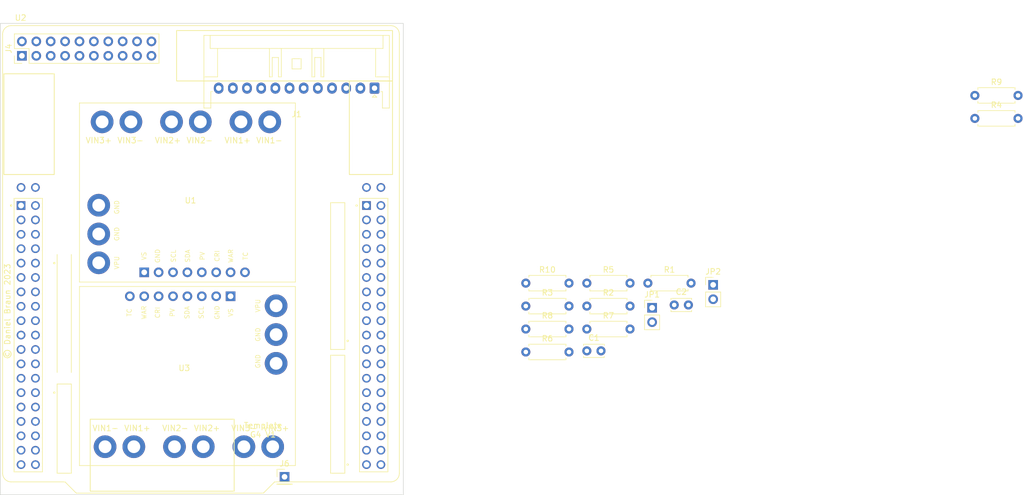
<source format=kicad_pcb>
(kicad_pcb (version 20211014) (generator pcbnew)
  (layers (0 "F.Cu" signal) (31 "B.Cu" signal) (34 "B.Paste" user) (35 "F.Paste" user) (36 "B.SilkS" user "B.Silkscreen") (37 "F.SilkS" user "F.Silkscreen") (38 "B.Mask" user) (39 "F.Mask" user) (44 "Edge.Cuts" user))
  (net 0 "")
  (net 1 "GND")
  (net 2 "5VCPU")
  (net 3 "3V3")
  (net 4 "12V")
  (net 5 "5V")
  (net 57 "I2C3_CK")
  (net 58 "Net-(U2-PadCN10_2)")
  (net 59 "I2C3_DTA")
  (net 60 "Net-(U2-PadCN10_1)")
  (net 61 "I2C3_SCL")
  (net 63 "+3V3")
  (net 64 "I2C3_SDA")
  (net 66 "RIA")
  (net 67 "RIB")
  (net 68 "T0A")
  (net 69 "T0B")
  (net 70 "T1A")
  (net 71 "T1B")
  (net 72 "T2A")
  (net 73 "T2B")
  (net 74 "T3A")
  (net 75 "T3B")
  (net 76 "R0A")
  (net 77 "R0B")
  (net 78 "R1A")
  (net 79 "R1B")
  (net 80 "Net-(R3-Pad2)")
  (net 81 "Net-(R4-Pad2)")
  (net 82 "R2A")
  (net 83 "R2B")
  (net 84 "Net-(R5-Pad2)")
  (net 89 "Net-(R6-Pad2)")
  (net 90 "Net-(R7-Pad2)")
  (net 93 "Net-(R8-Pad2)")
  (net 94 "I1A")
  (net 95 "I1B")
  (net 96 "I2A")
  (net 97 "I2B")
  (net 98 "I3A")
  (net 99 "I3B")
  (net 101 "I4A")
  (net 102 "I4B")
  (net 103 "I5A")
  (net 104 "I5B")
  (net 105 "I6A")
  (net 106 "I6B")
  (net 108 "TRACK0_1")
  (net 109 "TRACK1_1")
  (net 110 "TRACK2_1")
  (net 111 "TRACK3_1")
  (footprint "Resistor_THT:R_Axial_DIN0207_L6.3mm_D2.5mm_P7.62mm_Horizontal" (layer "F.Cu") (at 243.73 76.215)
    (fp_text reference "R9" (at 3.81 -2.37) (layer "F.SilkS"))
    (fp_text value "10k")
    (fp_line (start 0.54 -1.37) (end 7.08 -1.37) (layer "F.SilkS") (width 0.12))
    (fp_line (start 0.54 1.04) (end 0.54 1.37) (layer "F.SilkS") (width 0.12))
    (fp_line (start 7.08 -1.37) (end 7.08 -1.04) (layer "F.SilkS") (width 0.12))
    (fp_line (start 0.54 1.37) (end 7.08 1.37) (layer "F.SilkS") (width 0.12))
    (fp_line (start 0.54 -1.04) (end 0.54 -1.37) (layer "F.SilkS") (width 0.12))
    (fp_line (start 7.08 1.37) (end 7.08 1.04) (layer "F.SilkS") (width 0.12))
    (pad "1" thru_hole circle (at 0 0) (size 1.6 1.6) (drill 0.8) (layers *.Cu *.Mask) (net 61 "I2C3_SCL"))
    (pad "2" thru_hole oval (at 7.62 0) (size 1.6 1.6) (drill 0.8) (layers *.Cu *.Mask) (net 63 "+3V3"))
  )
  (footprint "Resistor_THT:R_Axial_DIN0207_L6.3mm_D2.5mm_P7.62mm_Horizontal" (layer "F.Cu") (at 186.03 109.335)
    (fp_text reference "R1" (at 3.81 -2.37) (layer "F.SilkS"))
    (fp_text value "10k")
    (fp_line (start 7.08 -1.37) (end 7.08 -1.04) (layer "F.SilkS") (width 0.12))
    (fp_line (start 0.54 -1.04) (end 0.54 -1.37) (layer "F.SilkS") (width 0.12))
    (fp_line (start 0.54 -1.37) (end 7.08 -1.37) (layer "F.SilkS") (width 0.12))
    (fp_line (start 0.54 1.37) (end 7.08 1.37) (layer "F.SilkS") (width 0.12))
    (fp_line (start 0.54 1.04) (end 0.54 1.37) (layer "F.SilkS") (width 0.12))
    (fp_line (start 7.08 1.37) (end 7.08 1.04) (layer "F.SilkS") (width 0.12))
    (pad "1" thru_hole circle (at 0 0) (size 1.6 1.6) (drill 0.8) (layers *.Cu *.Mask) (net 61 "I2C3_SCL"))
    (pad "2" thru_hole oval (at 7.62 0) (size 1.6 1.6) (drill 0.8) (layers *.Cu *.Mask) (net 63 "+3V3"))
  )
  (footprint "Resistor_THT:R_Axial_DIN0207_L6.3mm_D2.5mm_P7.62mm_Horizontal" (layer "F.Cu") (at 164.49 117.435)
    (fp_text reference "R8" (at 3.81 -2.37) (layer "F.SilkS"))
    (fp_text value "10k")
    (fp_line (start 0.54 1.04) (end 0.54 1.37) (layer "F.SilkS") (width 0.12))
    (fp_line (start 0.54 -1.37) (end 7.08 -1.37) (layer "F.SilkS") (width 0.12))
    (fp_line (start 0.54 1.37) (end 7.08 1.37) (layer "F.SilkS") (width 0.12))
    (fp_line (start 7.08 -1.37) (end 7.08 -1.04) (layer "F.SilkS") (width 0.12))
    (fp_line (start 0.54 -1.04) (end 0.54 -1.37) (layer "F.SilkS") (width 0.12))
    (fp_line (start 7.08 1.37) (end 7.08 1.04) (layer "F.SilkS") (width 0.12))
    (pad "1" thru_hole circle (at 0 0) (size 1.6 1.6) (drill 0.8) (layers *.Cu *.Mask) (net 3 "3V3"))
    (pad "2" thru_hole oval (at 7.62 0) (size 1.6 1.6) (drill 0.8) (layers *.Cu *.Mask) (net 93 "Net-(R8-Pad2)"))
  )
  (footprint "Resistor_THT:R_Axial_DIN0207_L6.3mm_D2.5mm_P7.62mm_Horizontal" (layer "F.Cu") (at 175.26 109.335)
    (fp_text reference "R5" (at 3.81 -2.37) (layer "F.SilkS"))
    (fp_text value "10k")
    (fp_line (start 0.54 1.37) (end 7.08 1.37) (layer "F.SilkS") (width 0.12))
    (fp_line (start 7.08 -1.37) (end 7.08 -1.04) (layer "F.SilkS") (width 0.12))
    (fp_line (start 0.54 -1.37) (end 7.08 -1.37) (layer "F.SilkS") (width 0.12))
    (fp_line (start 0.54 -1.04) (end 0.54 -1.37) (layer "F.SilkS") (width 0.12))
    (fp_line (start 7.08 1.37) (end 7.08 1.04) (layer "F.SilkS") (width 0.12))
    (fp_line (start 0.54 1.04) (end 0.54 1.37) (layer "F.SilkS") (width 0.12))
    (pad "1" thru_hole circle (at 0 0) (size 1.6 1.6) (drill 0.8) (layers *.Cu *.Mask) (net 3 "3V3"))
    (pad "2" thru_hole oval (at 7.62 0) (size 1.6 1.6) (drill 0.8) (layers *.Cu *.Mask) (net 84 "Net-(R5-Pad2)"))
  )
  (footprint "Connector_PinHeader_2.54mm:PinHeader_1x02_P2.54mm_Vertical" (layer "F.Cu") (at 197.55 109.635)
    (fp_text reference "JP2" (at 0 -2.33) (layer "F.SilkS"))
    (fp_text value "SJ")
    (fp_line (start -1.33 -1.33) (end 0 -1.33) (layer "F.SilkS") (width 0.12))
    (fp_line (start -1.33 1.27) (end -1.33 3.87) (layer "F.SilkS") (width 0.12))
    (fp_line (start 1.33 1.27) (end 1.33 3.87) (layer "F.SilkS") (width 0.12))
    (fp_line (start -1.33 0) (end -1.33 -1.33) (layer "F.SilkS") (width 0.12))
    (fp_line (start -1.33 1.27) (end 1.33 1.27) (layer "F.SilkS") (width 0.12))
    (fp_line (start -1.33 3.87) (end 1.33 3.87) (layer "F.SilkS") (width 0.12))
    (pad "1" thru_hole rect (at 0 0) (size 1.7 1.7) (drill 1) (layers *.Cu *.Mask) (net 59 "I2C3_DTA"))
    (pad "2" thru_hole oval (at 0 2.54) (size 1.7 1.7) (drill 1) (layers *.Cu *.Mask) (net 60 "Net-(U2-PadCN10_1)"))
  )
  (footprint "Resistor_THT:R_Axial_DIN0207_L6.3mm_D2.5mm_P7.62mm_Horizontal" (layer "F.Cu") (at 243.73 80.265)
    (fp_text reference "R4" (at 3.81 -2.37) (layer "F.SilkS"))
    (fp_text value "10k")
    (fp_line (start 0.54 -1.04) (end 0.54 -1.37) (layer "F.SilkS") (width 0.12))
    (fp_line (start 7.08 -1.37) (end 7.08 -1.04) (layer "F.SilkS") (width 0.12))
    (fp_line (start 0.54 1.37) (end 7.08 1.37) (layer "F.SilkS") (width 0.12))
    (fp_line (start 0.54 1.04) (end 0.54 1.37) (layer "F.SilkS") (width 0.12))
    (fp_line (start 0.54 -1.37) (end 7.08 -1.37) (layer "F.SilkS") (width 0.12))
    (fp_line (start 7.08 1.37) (end 7.08 1.04) (layer "F.SilkS") (width 0.12))
    (pad "1" thru_hole circle (at 0 0) (size 1.6 1.6) (drill 0.8) (layers *.Cu *.Mask) (net 3 "3V3"))
    (pad "2" thru_hole oval (at 7.62 0) (size 1.6 1.6) (drill 0.8) (layers *.Cu *.Mask) (net 81 "Net-(R4-Pad2)"))
  )
  (footprint "Resistor_THT:R_Axial_DIN0207_L6.3mm_D2.5mm_P7.62mm_Horizontal" (layer "F.Cu") (at 164.49 113.385)
    (fp_text reference "R3" (at 3.81 -2.37) (layer "F.SilkS"))
    (fp_text value "10k")
    (fp_line (start 0.54 1.37) (end 7.08 1.37) (layer "F.SilkS") (width 0.12))
    (fp_line (start 0.54 -1.37) (end 7.08 -1.37) (layer "F.SilkS") (width 0.12))
    (fp_line (start 0.54 1.04) (end 0.54 1.37) (layer "F.SilkS") (width 0.12))
    (fp_line (start 0.54 -1.04) (end 0.54 -1.37) (layer "F.SilkS") (width 0.12))
    (fp_line (start 7.08 -1.37) (end 7.08 -1.04) (layer "F.SilkS") (width 0.12))
    (fp_line (start 7.08 1.37) (end 7.08 1.04) (layer "F.SilkS") (width 0.12))
    (pad "1" thru_hole circle (at 0 0) (size 1.6 1.6) (drill 0.8) (layers *.Cu *.Mask) (net 3 "3V3"))
    (pad "2" thru_hole oval (at 7.62 0) (size 1.6 1.6) (drill 0.8) (layers *.Cu *.Mask) (net 80 "Net-(R3-Pad2)"))
  )
  (footprint "Capacitor_THT:C_Disc_D3.4mm_W2.1mm_P2.50mm" (layer "F.Cu") (at 175.26 121.285)
    (fp_text reference "C1" (at 1.25 -2.3) (layer "F.SilkS"))
    (fp_text value "100nF")
    (fp_line (start -0.57 -1.17) (end -0.57 -0.925) (layer "F.SilkS") (width 0.12))
    (fp_line (start 3.07 -1.17) (end 3.07 -0.925) (layer "F.SilkS") (width 0.12))
    (fp_line (start -0.57 0.925) (end -0.57 1.17) (layer "F.SilkS") (width 0.12))
    (fp_line (start 3.07 0.925) (end 3.07 1.17) (layer "F.SilkS") (width 0.12))
    (fp_line (start -0.57 1.17) (end 3.07 1.17) (layer "F.SilkS") (width 0.12))
    (fp_line (start -0.57 -1.17) (end 3.07 -1.17) (layer "F.SilkS") (width 0.12))
    (pad "1" thru_hole circle (at 0 0) (size 1.6 1.6) (drill 0.8) (layers *.Cu *.Mask) (net 1 "GND"))
    (pad "2" thru_hole circle (at 2.5 0) (size 1.6 1.6) (drill 0.8) (layers *.Cu *.Mask) (net 3 "3V3"))
  )
  (footprint "Connector_PinHeader_2.54mm:PinHeader_2x10_P2.54mm_Vertical" (layer "F.Cu") (at 75.57 69.22 90)
    (fp_text reference "J4" (at 1.27 -2.33 90) (layer "F.SilkS"))
    (fp_text value "Conn_02x10_Odd_Even")
    (fp_line (start 1.27 -1.33) (end 3.87 -1.33) (layer "F.SilkS") (width 0.12))
    (fp_line (start -1.33 -1.33) (end 0 -1.33) (layer "F.SilkS") (width 0.12))
    (fp_line (start -1.33 0) (end -1.33 -1.33) (layer "F.SilkS") (width 0.12))
    (fp_line (start -1.33 1.27) (end 1.27 1.27) (layer "F.SilkS") (width 0.12))
    (fp_line (start 1.27 1.27) (end 1.27 -1.33) (layer "F.SilkS") (width 0.12))
    (fp_line (start 3.87 -1.33) (end 3.87 24.19) (layer "F.SilkS") (width 0.12))
    (fp_line (start -1.33 1.27) (end -1.33 24.19) (layer "F.SilkS") (width 0.12))
    (fp_line (start -1.33 24.19) (end 3.87 24.19) (layer "F.SilkS") (width 0.12))
    (pad "1" thru_hole rect (at 0 0 90) (size 1.7 1.7) (drill 1) (layers *.Cu *.Mask) (net 5 "5V"))
    (pad "2" thru_hole oval (at 2.54 0 90) (size 1.7 1.7) (drill 1) (layers *.Cu *.Mask) (net 66 "RIA"))
    (pad "3" thru_hole oval (at 0 2.54 90) (size 1.7 1.7) (drill 1) (layers *.Cu *.Mask) (net 1 "GND"))
    (pad "4" thru_hole oval (at 2.54 2.54 90) (size 1.7 1.7) (drill 1) (layers *.Cu *.Mask) (net 67 "RIB"))
    (pad "5" thru_hole oval (at 0 5.08 90) (size 1.7 1.7) (drill 1) (layers *.Cu *.Mask) (net 4 "12V"))
    (pad "6" thru_hole oval (at 2.54 5.08 90) (size 1.7 1.7) (drill 1) (layers *.Cu *.Mask))
    (pad "7" thru_hole oval (at 0 7.62 90) (size 1.7 1.7) (drill 1) (layers *.Cu *.Mask) (net 68 "T0A"))
    (pad "8" thru_hole oval (at 2.54 7.62 90) (size 1.7 1.7) (drill 1) (layers *.Cu *.Mask) (net 69 "T0B"))
    (pad "9" thru_hole oval (at 0 10.16 90) (size 1.7 1.7) (drill 1) (layers *.Cu *.Mask) (net 70 "T1A"))
    (pad "10" thru_hole oval (at 2.54 10.16 90) (size 1.7 1.7) (drill 1) (layers *.Cu *.Mask) (net 71 "T1B"))
    (pad "11" thru_hole oval (at 0 12.7 90) (size 1.7 1.7) (drill 1) (layers *.Cu *.Mask) (net 72 "T2A"))
    (pad "12" thru_hole oval (at 2.54 12.7 90) (size 1.7 1.7) (drill 1) (layers *.Cu *.Mask) (net 73 "T2B"))
    (pad "13" thru_hole oval (at 0 15.24 90) (size 1.7 1.7) (drill 1) (layers *.Cu *.Mask) (net 74 "T3A"))
    (pad "14" thru_hole oval (at 2.54 15.24 90) (size 1.7 1.7) (drill 1) (layers *.Cu *.Mask) (net 75 "T3B"))
    (pad "15" thru_hole oval (at 0 17.78 90) (size 1.7 1.7) (drill 1) (layers *.Cu *.Mask) (net 76 "R0A"))
    (pad "16" thru_hole oval (at 2.54 17.78 90) (size 1.7 1.7) (drill 1) (layers *.Cu *.Mask) (net 77 "R0B"))
    (pad "17" thru_hole oval (at 0 20.32 90) (size 1.7 1.7) (drill 1) (layers *.Cu *.Mask) (net 78 "R1A"))
    (pad "18" thru_hole oval (at 2.54 20.32 90) (size 1.7 1.7) (drill 1) (layers *.Cu *.Mask) (net 79 "R1B"))
    (pad "19" thru_hole oval (at 0 22.86 90) (size 1.7 1.7) (drill 1) (layers *.Cu *.Mask) (net 82 "R2A"))
    (pad "20" thru_hole oval (at 2.54 22.86 90) (size 1.7 1.7) (drill 1) (layers *.Cu *.Mask) (net 83 "R2B"))
  )
  (footprint "Resistor_THT:R_Axial_DIN0207_L6.3mm_D2.5mm_P7.62mm_Horizontal" (layer "F.Cu") (at 164.49 121.485)
    (fp_text reference "R6" (at 3.81 -2.37) (layer "F.SilkS"))
    (fp_text value "10k")
    (fp_line (start 0.54 1.04) (end 0.54 1.37) (layer "F.SilkS") (width 0.12))
    (fp_line (start 0.54 1.37) (end 7.08 1.37) (layer "F.SilkS") (width 0.12))
    (fp_line (start 7.08 1.37) (end 7.08 1.04) (layer "F.SilkS") (width 0.12))
    (fp_line (start 0.54 -1.04) (end 0.54 -1.37) (layer "F.SilkS") (width 0.12))
    (fp_line (start 7.08 -1.37) (end 7.08 -1.04) (layer "F.SilkS") (width 0.12))
    (fp_line (start 0.54 -1.37) (end 7.08 -1.37) (layer "F.SilkS") (width 0.12))
    (pad "1" thru_hole circle (at 0 0) (size 1.6 1.6) (drill 0.8) (layers *.Cu *.Mask) (net 3 "3V3"))
    (pad "2" thru_hole oval (at 7.62 0) (size 1.6 1.6) (drill 0.8) (layers *.Cu *.Mask) (net 89 "Net-(R6-Pad2)"))
  )
  (footprint "G4Lib:MODULE_NUCLEO-G491RE20" (layer "F.Cu") (at 107.17 105.15)
    (fp_text reference "U2" (at -31.825 -42.635) (layer "F.SilkS"))
    (fp_text value "NUCLEO-G491RE")
    (fp_line (start 25.38 16.91) (end 22.88 16.91) (layer "F.SilkS") (width 0.127))
    (fp_line (start -22.88 21.99) (end -25.38 21.99) (layer "F.SilkS") (width 0.127))
    (fp_line (start 32.98 -10.78) (end 27.98 -10.78) (layer "F.SilkS") (width 0.127))
    (fp_line (start 22.88 15.89) (end 25.38 15.89) (layer "F.SilkS") (width 0.127))
    (fp_line (start -22 41.25) (end -24 39.25) (layer "F.SilkS") (width 0.127))
    (fp_line (start -32.98 -10.78) (end -32.98 37.48) (layer "F.SilkS") (width 0.127))
    (fp_line (start -25.38 -0.87) (end -25.38 19.95) (layer "F.SilkS") (width 0.127))
    (fp_line (start -25.38 21.99) (end -25.38 37.73) (layer "F.SilkS") (width 0.127))
    (fp_line (start -33.5 -41.25) (end 33.5 -41.25) (layer "F.SilkS") (width 0.127))
    (fp_line (start 33.5 39.25) (end 13 39.25) (layer "F.SilkS") (width 0.127))
    (fp_line (start -24 39.25) (end -33.5 39.25) (layer "F.SilkS") (width 0.127))
    (fp_line (start 35 -39.75) (end 35 37.75) (layer "F.SilkS") (width 0.127))
    (fp_line (start -22.88 19.95) (end -22.88 -0.87) (layer "F.SilkS") (width 0.127))
    (fp_line (start 25.38 15.89) (end 25.38 -10.01) (layer "F.SilkS") (width 0.127))
    (fp_line (start 11 41.25) (end -22 41.25) (layer "F.SilkS") (width 0.127))
    (fp_line (start 22.88 16.91) (end 22.88 37.73) (layer "F.SilkS") (width 0.127))
    (fp_line (start 25.38 -10.01) (end 22.88 -10.01) (layer "F.SilkS") (width 0.127))
    (fp_line (start -25.38 37.73) (end -22.88 37.73) (layer "F.SilkS") (width 0.127))
    (fp_line (start -27.98 -10.78) (end -32.98 -10.78) (layer "F.SilkS") (width 0.127))
    (fp_line (start 25.38 37.73) (end 25.38 16.91) (layer "F.SilkS") (width 0.127))
    (fp_line (start 22.88 37.73) (end 25.38 37.73) (layer "F.SilkS") (width 0.127))
    (fp_line (start 27.98 37.48) (end 32.98 37.48) (layer "F.SilkS") (width 0.127))
    (fp_line (start -32.98 37.48) (end -27.98 37.48) (layer "F.SilkS") (width 0.127))
    (fp_line (start 32.98 37.48) (end 32.98 -10.78) (layer "F.SilkS") (width 0.127))
    (fp_line (start 27.98 -10.78) (end 27.98 37.48) (layer "F.SilkS") (width 0.127))
    (fp_line (start -35 37.75) (end -35 -39.75) (layer "F.SilkS") (width 0.127))
    (fp_line (start 13 39.25) (end 11 41.25) (layer "F.SilkS") (width 0.127))
    (fp_line (start -22.88 37.73) (end -22.88 21.99) (layer "F.SilkS") (width 0.127))
    (fp_line (start -27.98 37.48) (end -27.98 -10.78) (layer "F.SilkS") (width 0.127))
    (fp_line (start 22.88 -10.01) (end 22.88 15.89) (layer "F.SilkS") (width 0.127))
    (fp_arc (start -33.5 39.25) (mid -34.56066 38.81066) (end -35 37.75) (layer "F.SilkS") (width 0.127))
    (fp_arc (start 35 37.75) (mid 34.56066 38.81066) (end 33.5 39.25) (layer "F.SilkS") (width 0.127))
    (fp_arc (start 33.5 -41.25) (mid 34.56066 -40.81066) (end 35 -39.75) (layer "F.SilkS") (width 0.127))
    (fp_arc (start -35 -39.75) (mid -34.56066 -40.81066) (end -33.5 -41.25) (layer "F.SilkS") (width 0.127))
    (fp_circle (center 25.88 36.21) (end 25.98 36.21) (layer "F.SilkS") (width 0.2) (fill none))
    (fp_circle (center -33.5 -9.51) (end -33.4 -9.51) (layer "F.SilkS") (width 0.2) (fill none))
    (fp_circle (center -25.88 23.51) (end -25.78 23.51) (layer "F.SilkS") (width 0.2) (fill none))
    (fp_circle (center -25.88 0.65) (end -25.78 0.65) (layer "F.SilkS") (width 0.2) (fill none))
    (fp_circle (center 25.88 14.37) (end 25.98 14.37) (layer "F.SilkS") (width 0.2) (fill none))
    (fp_circle (center 27.46 -9.51) (end 27.56 -9.51) (layer "F.SilkS") (width 0.2) (fill none))
    (pad "" np_thru_hole circle (at 24.13 -12.05) (size 3 3) (drill 3) (layers *.Cu *.Mask))
    (pad "" np_thru_hole circle (at 8.89 38.75) (size 3 3) (drill 3) (layers *.Cu *.Mask))
    (pad "" np_thru_hole circle (at -24.13 -13.32) (size 3 3) (drill 3) (layers *.Cu *.Mask))
    (pad "CN7_1" thru_hole rect (at -31.75 -9.51) (size 1.53 1.53) (drill 1.02) (layers *.Cu *.Mask))
    (pad "CN7_2" thru_hole circle (at -29.21 -9.51) (size 1.53 1.53) (drill 1.02) (layers *.Cu *.Mask))
    (pad "CN7_3" thru_hole circle (at -31.75 -6.97) (size 1.53 1.53) (drill 1.02) (layers *.Cu *.Mask))
    (pad "CN7_4" thru_hole circle (at -29.21 -6.97) (size 1.53 1.53) (drill 1.02) (layers *.Cu *.Mask))
    (pad "CN7_5" thru_hole circle (at -31.75 -4.43) (size 1.53 1.53) (drill 1.02) (layers *.Cu *.Mask))
    (pad "CN7_6" thru_hole circle (at -29.21 -4.43) (size 1.53 1.53) (drill 1.02) (layers *.Cu *.Mask))
    (pad "CN7_7" thru_hole circle (at -31.75 -1.89) (size 1.53 1.53) (drill 1.02) (layers *.Cu *.Mask))
    (pad "CN7_8" thru_hole circle (at -29.21 -1.89) (size 1.53 1.53) (drill 1.02) (layers *.Cu *.Mask) (net 1 "GND"))
    (pad "CN7_9" thru_hole circle (at -31.75 0.65) (size 1.53 1.53) (drill 1.02) (layers *.Cu *.Mask))
    (pad "CN7_10" thru_hole circle (at -29.21 0.65) (size 1.53 1.53) (drill 1.02) (layers *.Cu *.Mask))
    (pad "CN7_11" thru_hole circle (at -31.75 3.19) (size 1.53 1.53) (drill 1.02) (layers *.Cu *.Mask))
    (pad "CN7_12" thru_hole circle (at -29.21 3.19) (size 1.53 1.53) (drill 1.02) (layers *.Cu *.Mask))
    (pad "CN7_13" thru_hole circle (at -31.75 5.73) (size 1.53 1.53) (drill 1.02) (layers *.Cu *.Mask))
    (pad "CN7_14" thru_hole circle (at -29.21 5.73) (size 1.53 1.53) (drill 1.02) (layers *.Cu *.Mask))
    (pad "CN7_15" thru_hole circle (at -31.75 8.27) (size 1.53 1.53) (drill 1.02) (layers *.Cu *.Mask))
    (pad "CN7_16" thru_hole circle (at -29.21 8.27) (size 1.53 1.53) (drill 1.02) (layers *.Cu *.Mask) (net 3 "3V3"))
    (pad "CN7_17" thru_hole circle (at -31.75 10.81) (size 1.53 1.53) (drill 1.02) (layers *.Cu *.Mask))
    (pad "CN7_18" thru_hole circle (at -29.21 10.81) (size 1.53 1.53) (drill 1.02) (layers *.Cu *.Mask) (net 2 "5VCPU"))
    (pad "CN7_19" thru_hole circle (at -31.75 13.35) (size 1.53 1.53) (drill 1.02) (layers *.Cu *.Mask) (net 1 "GND"))
    (pad "CN7_20" thru_hole circle (at -29.21 13.35) (size 1.53 1.53) (drill 1.02) (layers *.Cu *.Mask) (net 1 "GND"))
    (pad "CN7_21" thru_hole circle (at -31.75 15.89) (size 1.53 1.53) (drill 1.02) (layers *.Cu *.Mask))
    (pad "CN7_22" thru_hole circle (at -29.21 15.89) (size 1.53 1.53) (drill 1.02) (layers *.Cu *.Mask) (net 1 "GND"))
    (pad "CN7_23" thru_hole circle (at -31.75 18.43) (size 1.53 1.53) (drill 1.02) (layers *.Cu *.Mask))
    (pad "CN7_24" thru_hole circle (at -29.21 18.43) (size 1.53 1.53) (drill 1.02) (layers *.Cu *.Mask))
    (pad "CN7_25" thru_hole circle (at -31.75 20.97) (size 1.53 1.53) (drill 1.02) (layers *.Cu *.Mask))
    (pad "CN7_26" thru_hole circle (at -29.21 20.97) (size 1.53 1.53) (drill 1.02) (layers *.Cu *.Mask))
    (pad "CN7_27" thru_hole circle (at -31.75 23.51) (size 1.53 1.53) (drill 1.02) (layers *.Cu *.Mask))
    (pad "CN7_28" thru_hole circle (at -29.21 23.51) (size 1.53 1.53) (drill 1.02) (layers *.Cu *.Mask))
    (pad "CN7_29" thru_hole circle (at -31.75 26.05) (size 1.53 1.53) (drill 1.02) (layers *.Cu *.Mask))
    (pad "CN7_30" thru_hole circle (at -29.21 26.05) (size 1.53 1.53) (drill 1.02) (layers *.Cu *.Mask))
    (pad "CN7_31" thru_hole circle (at -31.75 28.59) (size 1.53 1.53) (drill 1.02) (layers *.Cu *.Mask))
    (pad "CN7_32" thru_hole circle (at -29.21 28.59) (size 1.53 1.53) (drill 1.02) (layers *.Cu *.Mask))
    (pad "CN7_33" thru_hole circle (at -31.75 31.13) (size 1.53 1.53) (drill 1.02) (layers *.Cu *.Mask))
    (pad "CN7_34" thru_hole circle (at -29.21 31.13) (size 1.53 1.53) (drill 1.02) (layers *.Cu *.Mask))
    (pad "CN7_35" thru_hole circle (at -31.75 33.67) (size 1.53 1.53) (drill 1.02) (layers *.Cu *.Mask))
    (pad "CN7_36" thru_hole circle (at -29.21 33.67) (size 1.53 1.53) (drill 1.02) (layers *.Cu *.Mask))
    (pad "CN7_37" thru_hole circle (at -31.75 36.21) (size 1.53 1.53) (drill 1.02) (layers *.Cu *.Mask))
    (pad "CN7_38" thru_hole circle (at -29.21 36.21) (size 1.53 1.53) (drill 1.02) (layers *.Cu *.Mask))
    (pad "CN10_1" thru_hole rect (at 29.21 -9.51) (size 1.53 1.53) (drill 1.02) (layers *.Cu *.Mask) (net 60 "Net-(U2-PadCN10_1)"))
    (pad "CN10_2" thru_hole circle (at 31.75 -9.51) (size 1.53 1.53) (drill 1.02) (layers *.Cu *.Mask) (net 58 "Net-(U2-PadCN10_2)"))
    (pad "CN10_3" thru_hole circle (at 29.21 -12.7) (size 1.53 1.53) (drill 1.02) (layers *.Cu *.Mask))
    (pad "CN10_3" thru_hole circle (at 29.21 -6.97) (size 1.53 1.53) (drill 1.02) (layers *.Cu *.Mask))
    (pad "CN10_4" thru_hole circle (at 31.75 -6.97) (size 1.53 1.53) (drill 1.02) (layers *.Cu *.Mask))
    (pad "CN10_4" thru_hole circle (at 31.75 -12.7) (size 1.53 1.53) (drill 1.02) (layers *.Cu *.Mask))
    (pad "CN10_5" thru_hole circle (at 29.21 -4.43) (size 1.53 1.53) (drill 1.02) (layers *.Cu *.Mask))
    (pad "CN10_6" thru_hole circle (at 31.75 -4.43) (size 1.53 1.53) (drill 1.02) (layers *.Cu *.Mask))
    (pad "CN10_7" thru_hole circle (at 29.21 -1.89) (size 1.53 1.53) (drill 1.02) (layers *.Cu *.Mask))
    (pad "CN10_8" thru_hole circle (at 31.75 -1.89) (size 1.53 1.53) (drill 1.02) (layers *.Cu *.Mask))
    (pad "CN10_9" thru_hole circle (at 29.21 0.65) (size 1.53 1.53) (drill 1.02) (layers *.Cu *.Mask) (net 1 "GND"))
    (pad "CN10_10" thru_hole circle (at 31.75 0.65) (size 1.53 1.53) (drill 1.02) (layers *.Cu *.Mask))
    (pad "CN10_11" thru_hole circle (at 29.21 3.19) (size 1.53 1.53) (drill 1.02) (layers *.Cu *.Mask))
    (pad "CN10_12" thru_hole circle (at 31.75 3.19) (size 1.53 1.53) (drill 1.02) (layers *.Cu *.Mask))
    (pad "CN10_13" thru_hole circle (at 29.21 5.73) (size 1.53 1.53) (drill 1.02) (layers *.Cu *.Mask))
    (pad "CN10_14" thru_hole circle (at 31.75 5.73) (size 1.53 1.53) (drill 1.02) (layers *.Cu *.Mask))
    (pad "CN10_15" thru_hole circle (at 29.21 8.27) (size 1.53 1.53) (drill 1.02) (layers *.Cu *.Mask))
    (pad "CN10_16" thru_hole circle (at 31.75 8.27) (size 1.53 1.53) (drill 1.02) (layers *.Cu *.Mask))
    (pad "CN10_17" thru_hole circle (at 29.21 10.81) (size 1.53 1.53) (drill 1.02) (layers *.Cu *.Mask))
    (pad "CN10_18" thru_hole circle (at 31.75 10.81) (size 1.53 1.53) (drill 1.02) (layers *.Cu *.Mask))
    (pad "CN10_19" thru_hole circle (at 29.21 13.35) (size 1.53 1.53) (drill 1.02) (layers *.Cu *.Mask))
    (pad "CN10_20" thru_hole circle (at 31.75 13.35) (size 1.53 1.53) (drill 1.02) (layers *.Cu *.Mask) (net 1 "GND"))
    (pad "CN10_21" thru_hole circle (at 29.21 15.89) (size 1.53 1.53) (drill 1.02) (layers *.Cu *.Mask))
    (pad "CN10_22" thru_hole circle (at 31.75 15.89) (size 1.53 1.53) (drill 1.02) (layers *.Cu *.Mask))
    (pad "CN10_23" thru_hole circle (at 29.21 18.43) (size 1.53 1.53) (drill 1.02) (layers *.Cu *.Mask))
    (pad "CN10_24" thru_hole circle (at 31.75 18.43) (size 1.53 1.53) (drill 1.02) (layers *.Cu *.Mask))
    (pad "CN10_25" thru_hole circle (at 29.21 20.97) (size 1.53 1.53) (drill 1.02) (layers *.Cu *.Mask))
    (pad "CN10_26" thru_hole circle (at 31.75 20.97) (size 1.53 1.53) (drill 1.02) (layers *.Cu *.Mask))
    (pad "CN10_27" thru_hole circle (at 29.21 23.51) (size 1.53 1.53) (drill 1.02) (layers *.Cu *.Mask))
    (pad "CN10_28" thru_hole circle (at 31.75 23.51) (size 1.53 1.53) (drill 1.02) (layers *.Cu *.Mask))
    (pad "CN10_29" thru_hole circle (at 29.21 26.05) (size 1.53 1.53) (drill 1.02) (layers *.Cu *.Mask))
    (pad "CN10_30" thru_hole circle (at 31.75 26.05) (size 1.53 1.53) (drill 1.02) (layers *.Cu *.Mask))
    (pad "CN10_31" thru_hole circle (at 29.21 28.59) (size 1.53 1.53) (drill 1.02) (layers *.Cu *.Mask))
    (pad "CN10_32" thru_hole circle (at 31.75 28.59) (size 1.53 1.53) (drill 1.02) (layers *.Cu *.Mask))
    (pad "CN10_33" thru_hole circle (at 29.21 31.13) (size 1.53 1.53) (drill 1.02) (layers *.Cu *.Mask))
    (pad "CN10_34" thru_hole circle (at 31.75 31.13) (size 1.53 1.53) (drill 1.02) (layers *.Cu *.Mask))
    (pad "CN10_35" thru_hole circle (at 29.21 33.67) (size 1.53 1.53) (drill 1.02) (layers *.Cu *.Mask))
    (pad "CN10_36" thru_hole circle (at 31.75 33.67) (size 1.53 1.53) (drill 1.02) (layers *.Cu *.Mask))
    (pad "CN10_37" thru_hole circle (at 29.21 36.21) (size 1.53 1.53) (drill 1.02) (layers *.Cu *.Mask))
    (pad "CN10_38" thru_hole circle (at 31.75 36.21) (size 1.53 1.53) (drill 1.02) (layers *.Cu *.Mask))
    (pad "R1" thru_hole circle (at -31.75 -12.7) (size 1.53 1.53) (drill 1.02) (layers *.Cu *.Mask))
    (pad "R2" thru_hole circle (at -29.21 -12.7) (size 1.53 1.53) (drill 1.02) (layers *.Cu *.Mask))
  )
  (footprint "Resistor_THT:R_Axial_DIN0207_L6.3mm_D2.5mm_P7.62mm_Horizontal" (layer "F.Cu") (at 175.26 117.435)
    (fp_text reference "R7" (at 3.81 -2.37) (layer "F.SilkS"))
    (fp_text value "10k")
    (fp_line (start 0.54 1.37) (end 7.08 1.37) (layer "F.SilkS") (width 0.12))
    (fp_line (start 0.54 1.04) (end 0.54 1.37) (layer "F.SilkS") (width 0.12))
    (fp_line (start 7.08 1.37) (end 7.08 1.04) (layer "F.SilkS") (width 0.12))
    (fp_line (start 0.54 -1.37) (end 7.08 -1.37) (layer "F.SilkS") (width 0.12))
    (fp_line (start 0.54 -1.04) (end 0.54 -1.37) (layer "F.SilkS") (width 0.12))
    (fp_line (start 7.08 -1.37) (end 7.08 -1.04) (layer "F.SilkS") (width 0.12))
    (pad "1" thru_hole circle (at 0 0) (size 1.6 1.6) (drill 0.8) (layers *.Cu *.Mask) (net 3 "3V3"))
    (pad "2" thru_hole oval (at 7.62 0) (size 1.6 1.6) (drill 0.8) (layers *.Cu *.Mask) (net 90 "Net-(R7-Pad2)"))
  )
  (footprint "Connector_JST:JST_XA_S12B-XASK-1N-BN_1x12_P2.50mm_Horizontal" (layer "F.Cu") (at 137.795 74.93 180)
    (fp_text reference "J1" (at 13.75 -4.6) (layer "F.SilkS"))
    (fp_text value "Conn_01x12_Female")
    (fp_line (start 27.7 7.01) (end 27.7 2) (layer "F.SilkS") (width 0.12))
    (fp_line (start -0.4 -1.6) (end 0.4 -1.6) (layer "F.SilkS") (width 0.12))
    (fp_line (start 16.95 5.41) (end 18.05 5.41) (layer "F.SilkS") (width 0.12))
    (fp_line (start 9.45 2) (end 8.95 2) (layer "F.SilkS") (width 0.12))
    (fp_line (start 28.89 -0.61) (end 28.61 -0.61) (layer "F.SilkS") (width 0.12))
    (fp_line (start -1.5 7.01) (end 29 7.01) (layer "F.SilkS") (width 0.12))
    (fp_line (start 12.95 3.4) (end 14.55 3.4) (layer "F.SilkS") (width 0.12))
    (fp_line (start 30.11 -3.51) (end 28.89 -3.51) (layer "F.SilkS") (width 0.12))
    (fp_line (start 9.45 5.41) (end 9.45 2) (layer "F.SilkS") (width 0.12))
    (fp_line (start 10.55 5.41) (end 9.45 5.41) (layer "F.SilkS") (width 0.12))
    (fp_line (start 14.55 3.4) (end 14.55 5.2) (layer "F.SilkS") (width 0.12))
    (fp_line (start 18.55 2) (end 18.55 7.01) (layer "F.SilkS") (width 0.12))
    (fp_line (start 11.05 7.01) (end 11.05 2) (layer "F.SilkS") (width 0.12))
    (fp_line (start 0 -1.2) (end -0.4 -1.6) (layer "F.SilkS") (width 0.12))
    (fp_line (start -1.5 9.31) (end -1.5 7.01) (layer "F.SilkS") (width 0.12))
    (fp_line (start -1.39 -3.51) (end -2.61 -3.51) (layer "F.SilkS") (width 0.12))
    (fp_line (start 18.05 2) (end 18.55 2) (layer "F.SilkS") (width 0.12))
    (fp_line (start -0.2 2) (end -2.61 2) (layer "F.SilkS") (width 0.12))
    (fp_line (start -1.11 -0.61) (end -1.39 -0.61) (layer "F.SilkS") (width 0.12))
    (fp_line (start 12.95 5.2) (end 12.95 3.4) (layer "F.SilkS") (width 0.12))
    (fp_line (start -2.61 -3.51) (end -2.61 9.31) (layer "F.SilkS") (width 0.12))
    (fp_line (start -2.61 9.31) (end 30.11 9.31) (layer "F.SilkS") (width 0.12))
    (fp_line (start 16.45 7.01) (end 16.45 2) (layer "F.SilkS") (width 0.12))
    (fp_line (start 30.11 9.31) (end 30.11 -3.51) (layer "F.SilkS") (width 0.12))
    (fp_line (start 16.95 2) (end 16.95 5.41) (layer "F.SilkS") (width 0.12))
    (fp_line (start 16.45 2) (end 16.95 2) (layer "F.SilkS") (width 0.12))
    (fp_line (start 11.05 2) (end 10.55 2) (layer "F.SilkS") (width 0.12))
    (fp_line (start 14.55 5.2) (end 12.95 5.2) (layer "F.SilkS") (width 0.12))
    (fp_line (start 0.4 -1.6) (end 0 -1.2) (layer "F.SilkS") (width 0.12))
    (fp_line (start 29 7.01) (end 29 9.31) (layer "F.SilkS") (width 0.12))
    (fp_line (start -1.39 -0.61) (end -1.39 -3.51) (layer "F.SilkS") (width 0.12))
    (fp_line (start 28.89 -3.51) (end 28.89 -0.61) (layer "F.SilkS") (width 0.12))
    (fp_line (start 10.55 2) (end 10.55 5.41) (layer "F.SilkS") (width 0.12))
    (fp_line (start 27.7 2) (end 30.11 2) (layer "F.SilkS") (width 0.12))
    (fp_line (start 8.95 2) (end 8.95 7.01) (layer "F.SilkS") (width 0.12))
    (fp_line (start -0.2 7.01) (end -0.2 2) (layer "F.SilkS") (width 0.12))
    (fp_line (start 18.05 5.41) (end 18.05 2) (layer "F.SilkS") (width 0.12))
    (pad "1" thru_hole roundrect (at 0 0 180) (size 1.7 1.95) (drill 0.95) (layers *.Cu *.Mask) (roundrect_rratio 0.147059) (net 108 "TRACK0_1"))
    (pad "2" thru_hole oval (at 2.5 0 180) (size 1.7 1.95) (drill 0.95) (layers *.Cu *.Mask) (net 95 "I1B"))
    (pad "3" thru_hole oval (at 5 0 180) (size 1.7 1.95) (drill 0.95) (layers *.Cu *.Mask) (net 108 "TRACK0_1"))
    (pad "4" thru_hole oval (at 7.5 0 180) (size 1.7 1.95) (drill 0.95) (layers *.Cu *.Mask) (net 97 "I2B"))
    (pad "5" thru_hole oval (at 10 0 180) (size 1.7 1.95) (drill 0.95) (layers *.Cu *.Mask) (net 109 "TRACK1_1"))
    (pad "6" thru_hole oval (at 12.5 0 180) (size 1.7 1.95) (drill 0.95) (layers *.Cu *.Mask) (net 99 "I3B"))
    (pad "7" thru_hole oval (at 15 0 180) (size 1.7 1.95) (drill 0.95) (layers *.Cu *.Mask) (net 109 "TRACK1_1"))
    (pad "8" thru_hole oval (at 17.5 0 180) (size 1.7 1.95) (drill 0.95) (layers *.Cu *.Mask) (net 102 "I4B"))
    (pad "9" thru_hole oval (at 20 0 180) (size 1.7 1.95) (drill 0.95) (layers *.Cu *.Mask) (net 110 "TRACK2_1"))
    (pad "10" thru_hole oval (at 22.5 0 180) (size 1.7 1.95) (drill 0.95) (layers *.Cu *.Mask) (net 104 "I5B"))
    (pad "11" thru_hole oval (at 25 0 180) (size 1.7 1.95) (drill 0.95) (layers *.Cu *.Mask) (net 111 "TRACK3_1"))
    (pad "12" thru_hole oval (at 27.5 0 180) (size 1.7 1.95) (drill 0.95) (layers *.Cu *.Mask) (net 106 "I6B"))
  )
  (footprint "Resistor_THT:R_Axial_DIN0207_L6.3mm_D2.5mm_P7.62mm_Horizontal" (layer "F.Cu") (at 164.49 109.335)
    (fp_text reference "R10" (at 3.81 -2.37) (layer "F.SilkS"))
    (fp_text value "10k")
    (fp_line (start 0.54 1.04) (end 0.54 1.37) (layer "F.SilkS") (width 0.12))
    (fp_line (start 7.08 -1.37) (end 7.08 -1.04) (layer "F.SilkS") (width 0.12))
    (fp_line (start 0.54 -1.37) (end 7.08 -1.37) (layer "F.SilkS") (width 0.12))
    (fp_line (start 0.54 1.37) (end 7.08 1.37) (layer "F.SilkS") (width 0.12))
    (fp_line (start 0.54 -1.04) (end 0.54 -1.37) (layer "F.SilkS") (width 0.12))
    (fp_line (start 7.08 1.37) (end 7.08 1.04) (layer "F.SilkS") (width 0.12))
    (pad "1" thru_hole circle (at 0 0) (size 1.6 1.6) (drill 0.8) (layers *.Cu *.Mask) (net 64 "I2C3_SDA"))
    (pad "2" thru_hole oval (at 7.62 0) (size 1.6 1.6) (drill 0.8) (layers *.Cu *.Mask) (net 63 "+3V3"))
  )
  (footprint "Capacitor_THT:C_Disc_D3.4mm_W2.1mm_P2.50mm" (layer "F.Cu") (at 190.68 113.185)
    (fp_text reference "C2" (at 1.25 -2.3) (layer "F.SilkS"))
    (fp_text value "100nF")
    (fp_line (start -0.57 -1.17) (end -0.57 -0.925) (layer "F.SilkS") (width 0.12))
    (fp_line (start -0.57 1.17) (end 3.07 1.17) (layer "F.SilkS") (width 0.12))
    (fp_line (start -0.57 0.925) (end -0.57 1.17) (layer "F.SilkS") (width 0.12))
    (fp_line (start 3.07 -1.17) (end 3.07 -0.925) (layer "F.SilkS") (width 0.12))
    (fp_line (start -0.57 -1.17) (end 3.07 -1.17) (layer "F.SilkS") (width 0.12))
    (fp_line (start 3.07 0.925) (end 3.07 1.17) (layer "F.SilkS") (width 0.12))
    (pad "1" thru_hole circle (at 0 0) (size 1.6 1.6) (drill 0.8) (layers *.Cu *.Mask) (net 1 "GND"))
    (pad "2" thru_hole circle (at 2.5 0) (size 1.6 1.6) (drill 0.8) (layers *.Cu *.Mask) (net 3 "3V3"))
  )
  (footprint "Resistor_THT:R_Axial_DIN0207_L6.3mm_D2.5mm_P7.62mm_Horizontal" (layer "F.Cu") (at 175.26 113.385)
    (fp_text reference "R2" (at 3.81 -2.37) (layer "F.SilkS"))
    (fp_text value "10k")
    (fp_line (start 0.54 -1.37) (end 7.08 -1.37) (layer "F.SilkS") (width 0.12))
    (fp_line (start 0.54 -1.04) (end 0.54 -1.37) (layer "F.SilkS") (width 0.12))
    (fp_line (start 0.54 1.04) (end 0.54 1.37) (layer "F.SilkS") (width 0.12))
    (fp_line (start 7.08 1.37) (end 7.08 1.04) (layer "F.SilkS") (width 0.12))
    (fp_line (start 0.54 1.37) (end 7.08 1.37) (layer "F.SilkS") (width 0.12))
    (fp_line (start 7.08 -1.37) (end 7.08 -1.04) (layer "F.SilkS") (width 0.12))
    (pad "1" thru_hole circle (at 0 0) (size 1.6 1.6) (drill 0.8) (layers *.Cu *.Mask) (net 64 "I2C3_SDA"))
    (pad "2" thru_hole oval (at 7.62 0) (size 1.6 1.6) (drill 0.8) (layers *.Cu *.Mask) (net 63 "+3V3"))
  )
  (footprint "jwm_kicad_footprints_misc:INA3221_Module" (layer "F.Cu") (at 97.125 107.365 180)
    (fp_text reference "U1" (at -8.2 12.62) (layer "F.SilkS"))
    (fp_text value "INA3221_Module")
    (fp_text user "GND" (at 4.8 11.42 90) (layer "F.SilkS") (effects (font (size 0.8 0.8) (thickness 0.11))))
    (fp_text user "VIN1-" (at -22.1 23.22) (layer "F.SilkS"))
    (fp_text user "PV" (at -10.3 2.82 90) (layer "F.SilkS") (effects (font (size 0.8 0.8) (thickness 0.11))))
    (fp_text user "VIN1+" (at -16.5 23.22) (layer "F.SilkS"))
    (fp_text user "WAR" (at -15.3 2.82 90) (layer "F.SilkS") (effects (font (size 0.8 0.8) (thickness 0.11))))
    (fp_text user "VIN2-" (at -9.8 23.22) (layer "F.SilkS"))
    (fp_text user "VIN3-" (at 2.4 23.22) (layer "F.SilkS"))
    (fp_text user "TC" (at -17.9 2.82 90) (layer "F.SilkS") (effects (font (size 0.8 0.8) (thickness 0.11))))
    (fp_text user "CRI" (at -12.9 2.82 90) (layer "F.SilkS") (effects (font (size 0.8 0.8) (thickness 0.11))))
    (fp_text user "VIN3+" (at 8 23.22) (layer "F.SilkS"))
    (fp_text user "SDA" (at -7.7 2.82 90) (layer "F.SilkS") (effects (font (size 0.8 0.8) (thickness 0.11))))
    (fp_text user "SCL" (at -5.2 2.82 90) (layer "F.SilkS") (effects (font (size 0.8 0.8) (thickness 0.11))))
    (fp_text user "VS" (at 0 2.82 90) (layer "F.SilkS") (effects (font (size 0.8 0.8) (thickness 0.11))))
    (fp_text user "VIN2+" (at -4.2 23.22) (layer "F.SilkS"))
    (fp_text user "GND" (at -2.4 2.82 90) (layer "F.SilkS") (effects (font (size 0.8 0.8) (thickness 0.11))))
    (fp_text user "GND" (at 4.8 6.7 90) (layer "F.SilkS") (effects (font (size 0.8 0.8) (thickness 0.11))))
    (fp_text user "VPU" (at 4.8 1.62 90) (layer "F.SilkS") (effects (font (size 0.8 0.8) (thickness 0.11))))
    (fp_line (start 11.4 29.82) (end -26.7 29.82) (layer "F.SilkS") (width 0.12))
    (fp_line (start 11.4 -1.78) (end 11.4 29.82) (layer "F.SilkS") (width 0.12))
    (fp_line (start -26.7 29.82) (end -26.7 -1.78) (layer "F.SilkS") (width 0.12))
    (fp_line (start -26.7 -1.78) (end 11.4 -1.78) (layer "F.SilkS") (width 0.12))
    (pad "1" thru_hole rect locked (at -0.03 -0.06) (size 1.7 1.7) (drill 1) (layers *.Cu *.Mask) (net 3 "3V3"))
    (pad "2" thru_hole circle locked (at 8 6.7) (size 4 4) (drill 2.25) (layers *.Cu *.Mask) (net 1 "GND"))
    (pad "2" thru_hole circle locked (at -2.57 -0.06) (size 1.7 1.7) (drill 1) (layers *.Cu *.Mask) (net 1 "GND"))
    (pad "2" thru_hole circle locked (at 8 11.78) (size 4 4) (drill 2.25) (layers *.Cu *.Mask) (net 1 "GND"))
    (pad "3" thru_hole circle locked (at -5.11 -0.06) (size 1.7 1.7) (drill 1) (layers *.Cu *.Mask) (net 61 "I2C3_SCL"))
    (pad "4" thru_hole circle locked (at -7.65 -0.06) (size 1.7 1.7) (drill 1) (layers *.Cu *.Mask) (net 64 "I2C3_SDA"))
    (pad "5" thru_hole circle locked (at -10.19 -0.06) (size 1.7 1.7) (drill 1) (layers *.Cu *.Mask))
    (pad "6" thru_hole circle locked (at -12.73 -0.06) (size 1.7 1.7) (drill 1) (layers *.Cu *.Mask) (net 80 "Net-(R3-Pad2)"))
    (pad "7" thru_hole circle locked (at -15.27 -0.06) (size 1.7 1.7) (drill 1) (layers *.Cu *.Mask) (net 81 "Net-(R4-Pad2)"))
    (pad "8" thru_hole circle locked (at -17.81 -0.06) (size 1.7 1.7) (drill 1) (layers *.Cu *.Mask) (net 84 "Net-(R5-Pad2)"))
    (pad "9" thru_hole circle locked (at -22.18 26.49) (size 4 4) (drill 2.25) (layers *.Cu *.Mask) (net 94 "I1A"))
    (pad "10" thru_hole circle locked (at -17.1 26.49) (size 4 4) (drill 2.25) (layers *.Cu *.Mask) (net 95 "I1B"))
    (pad "11" thru_hole circle locked (at -9.93 26.49) (size 4 4) (drill 2.25) (layers *.Cu *.Mask) (net 96 "I2A"))
    (pad "12" thru_hole circle locked (at -4.85 26.49) (size 4 4) (drill 2.25) (layers *.Cu *.Mask) (net 97 "I2B"))
    (pad "13" thru_hole circle locked (at 2.32 26.49) (size 4 4) (drill 2.25) (layers *.Cu *.Mask) (net 98 "I3A"))
    (pad "14" thru_hole circle locked (at 7.4 26.49) (size 4 4) (drill 2.25) (layers *.Cu *.Mask) (net 99 "I3B"))
    (pad "15" thru_hole circle locked (at 8 1.62) (size 4 4) (drill 2.25) (layers *.Cu *.Mask) (net 3 "3V3"))
  )
  (footprint "jwm_kicad_footprints_misc:INA3221_Module" (layer "F.Cu") (at 112.425 111.71)
    (fp_text reference "U3" (at -8.2 12.62) (layer "F.SilkS"))
    (fp_text value "INA3221_Module")
    (fp_text user "VIN1-" (at -22.1 23.22 -180) (layer "F.SilkS"))
    (fp_text user "VPU" (at 4.8 1.62 90) (layer "F.SilkS") (effects (font (size 0.8 0.8) (thickness 0.11))))
    (fp_text user "GND" (at -2.4 2.82 90) (layer "F.SilkS") (effects (font (size 0.8 0.8) (thickness 0.11))))
    (fp_text user "GND" (at 4.8 11.42 90) (layer "F.SilkS") (effects (font (size 0.8 0.8) (thickness 0.11))))
    (fp_text user "SDA" (at -7.7 2.82 90) (layer "F.SilkS") (effects (font (size 0.8 0.8) (thickness 0.11))))
    (fp_text user "CRI" (at -12.9 2.82 90) (layer "F.SilkS") (effects (font (size 0.8 0.8) (thickness 0.11))))
    (fp_text user "GND" (at 4.8 6.7 90) (layer "F.SilkS") (effects (font (size 0.8 0.8) (thickness 0.11))))
    (fp_text user "SCL" (at -5.2 2.82 90) (layer "F.SilkS") (effects (font (size 0.8 0.8) (thickness 0.11))))
    (fp_text user "VIN1+" (at -16.5 23.22 -180) (layer "F.SilkS"))
    (fp_text user "WAR" (at -15.3 2.82 90) (layer "F.SilkS") (effects (font (size 0.8 0.8) (thickness 0.11))))
    (fp_text user "VIN3+" (at 8 23.22 -180) (layer "F.SilkS"))
    (fp_text user "PV" (at -10.3 2.82 90) (layer "F.SilkS") (effects (font (size 0.8 0.8) (thickness 0.11))))
    (fp_text user "TC" (at -17.9 2.82 90) (layer "F.SilkS") (effects (font (size 0.8 0.8) (thickness 0.11))))
    (fp_text user "VIN2-" (at -9.8 23.22 -180) (layer "F.SilkS"))
    (fp_text user "VIN3-" (at 2.4 23.22 -180) (layer "F.SilkS"))
    (fp_text user "VS" (at 0 2.82 90) (layer "F.SilkS") (effects (font (size 0.8 0.8) (thickness 0.11))))
    (fp_text user "VIN2+" (at -4.2 23.22 -180) (layer "F.SilkS"))
    (fp_line (start 11.4 -1.78) (end 11.4 29.82) (layer "F.SilkS") (width 0.12))
    (fp_line (start -26.7 -1.78) (end 11.4 -1.78) (layer "F.SilkS") (width 0.12))
    (fp_line (start 11.4 29.82) (end -26.7 29.82) (layer "F.SilkS") (width 0.12))
    (fp_line (start -26.7 29.82) (end -26.7 -1.78) (layer "F.SilkS") (width 0.12))
    (pad "1" thru_hole rect locked (at -0.03 -0.06 180) (size 1.7 1.7) (drill 1) (layers *.Cu *.Mask) (net 3 "3V3"))
    (pad "2" thru_hole circle locked (at 8 11.78 180) (size 4 4) (drill 2.25) (layers *.Cu *.Mask) (net 1 "GND"))
    (pad "2" thru_hole circle locked (at 8 6.7 180) (size 4 4) (drill 2.25) (layers *.Cu *.Mask) (net 1 "GND"))
    (pad "2" thru_hole circle locked (at -2.57 -0.06 180) (size 1.7 1.7) (drill 1) (layers *.Cu *.Mask) (net 1 "GND"))
    (pad "3" thru_hole circle locked (at -5.11 -0.06 180) (size 1.7 1.7) (drill 1) (layers *.Cu *.Mask) (net 61 "I2C3_SCL"))
    (pad "4" thru_hole circle locked (at -7.65 -0.06 180) (size 1.7 1.7) (drill 1) (layers *.Cu *.Mask) (net 64 "I2C3_SDA"))
    (pad "5" thru_hole circle locked (at -10.19 -0.06 180) (size 1.7 1.7) (drill 1) (layers *.Cu *.Mask))
    (pad "6" thru_hole circle locked (at -12.73 -0.06 180) (size 1.7 1.7) (drill 1) (layers *.Cu *.Mask) (net 89 "Net-(R6-Pad2)"))
    (pad "7" thru_hole circle locked (at -15.27 -0.06 180) (size 1.7 1.7) (drill 1) (layers *.Cu *.Mask) (net 90 "Net-(R7-Pad2)"))
    (pad "8" thru_hole circle locked (at -17.81 -0.06 180) (size 1.7 1.7) (drill 1) (layers *.Cu *.Mask) (net 93 "Net-(R8-Pad2)"))
    (pad "9" thru_hole circle locked (at -22.18 26.49 180) (size 4 4) (drill 2.25) (layers *.Cu *.Mask) (net 101 "I4A"))
    (pad "10" thru_hole circle locked (at -17.1 26.49 180) (size 4 4) (drill 2.25) (layers *.Cu *.Mask) (net 102 "I4B"))
    (pad "11" thru_hole circle locked (at -9.93 26.49 180) (size 4 4) (drill 2.25) (layers *.Cu *.Mask) (net 103 "I5A"))
    (pad "12" thru_hole circle locked (at -4.85 26.49 180) (size 4 4) (drill 2.25) (layers *.Cu *.Mask) (net 104 "I5B"))
    (pad "13" thru_hole circle locked (at 2.32 26.49 180) (size 4 4) (drill 2.25) (layers *.Cu *.Mask) (net 105 "I6A"))
    (pad "14" thru_hole circle locked (at 7.4 26.49 180) (size 4 4) (drill 2.25) (layers *.Cu *.Mask) (net 106 "I6B"))
    (pad "15" thru_hole circle locked (at 8 1.62 180) (size 4 4) (drill 2.25) (layers *.Cu *.Mask) (net 3 "3V3"))
  )
  (footprint "Connector_PinHeader_2.54mm:PinHeader_1x01_P2.54mm_Vertical" (layer "F.Cu") (at 121.92 143.51)
    (fp_text reference "J6" (at 0 -2.33) (layer "F.SilkS"))
    (fp_text value "Conn_01x01_Female")
    (fp_line (start -1.33 1.27) (end -1.33 1.33) (layer "F.SilkS") (width 0.12))
    (fp_line (start -1.33 1.27) (end 1.33 1.27) (layer "F.SilkS") (width 0.12))
    (fp_line (start -1.33 0) (end -1.33 -1.33) (layer "F.SilkS") (width 0.12))
    (fp_line (start -1.33 -1.33) (end 0 -1.33) (layer "F.SilkS") (width 0.12))
    (fp_line (start 1.33 1.27) (end 1.33 1.33) (layer "F.SilkS") (width 0.12))
    (fp_line (start -1.33 1.33) (end 1.33 1.33) (layer "F.SilkS") (width 0.12))
    (pad "1" thru_hole rect (at 0 0) (size 1.7 1.7) (drill 1) (layers *.Cu *.Mask) (net 1 "GND"))
  )
  (footprint "Connector_PinHeader_2.54mm:PinHeader_1x02_P2.54mm_Vertical" (layer "F.Cu") (at 186.78 113.685)
    (fp_text reference "JP1" (at 0 -2.33) (layer "F.SilkS"))
    (fp_text value "SJ")
    (fp_line (start -1.33 0) (end -1.33 -1.33) (layer "F.SilkS") (width 0.12))
    (fp_line (start -1.33 1.27) (end -1.33 3.87) (layer "F.SilkS") (width 0.12))
    (fp_line (start -1.33 3.87) (end 1.33 3.87) (layer "F.SilkS") (width 0.12))
    (fp_line (start -1.33 1.27) (end 1.33 1.27) (layer "F.SilkS") (width 0.12))
    (fp_line (start -1.33 -1.33) (end 0 -1.33) (layer "F.SilkS") (width 0.12))
    (fp_line (start 1.33 1.27) (end 1.33 3.87) (layer "F.SilkS") (width 0.12))
    (pad "1" thru_hole rect (at 0 0) (size 1.7 1.7) (drill 1) (layers *.Cu *.Mask) (net 57 "I2C3_CK"))
    (pad "2" thru_hole oval (at 0 2.54) (size 1.7 1.7) (drill 1) (layers *.Cu *.Mask) (net 58 "Net-(U2-PadCN10_2)"))
  )
  (gr_rect (start 102.87 64.77) (end 140.97 73.66) (layer "F.SilkS") (width 0.15) (fill none))
  (gr_rect (start 87.63 133.35) (end 113.03 146.05) (layer "F.SilkS") (width 0.15) (fill none))
  (gr_rect (start 72.39 90.17) (end 81.28 72.39) (layer "F.SilkS") (width 0.15) (fill none))
  (gr_rect (start 140.97 73.66) (end 133.35 90.17) (layer "F.SilkS") (width 0.15) (fill none))
  (gr_rect (start 71.755 63.5) (end 142.875 146.685) (layer "Edge.Cuts") (width 0.1) (fill none))
  (gr_text "© Daniel Braun 2023" (at 73.025 114.3 90) (layer "F.SilkS") (effects (font (size 1 1))))
  (gr_text "Template\nG4 V1\n" (at 118.11 135.255) (layer "F.SilkS") (effects (font (size 1 1))))
)
</source>
